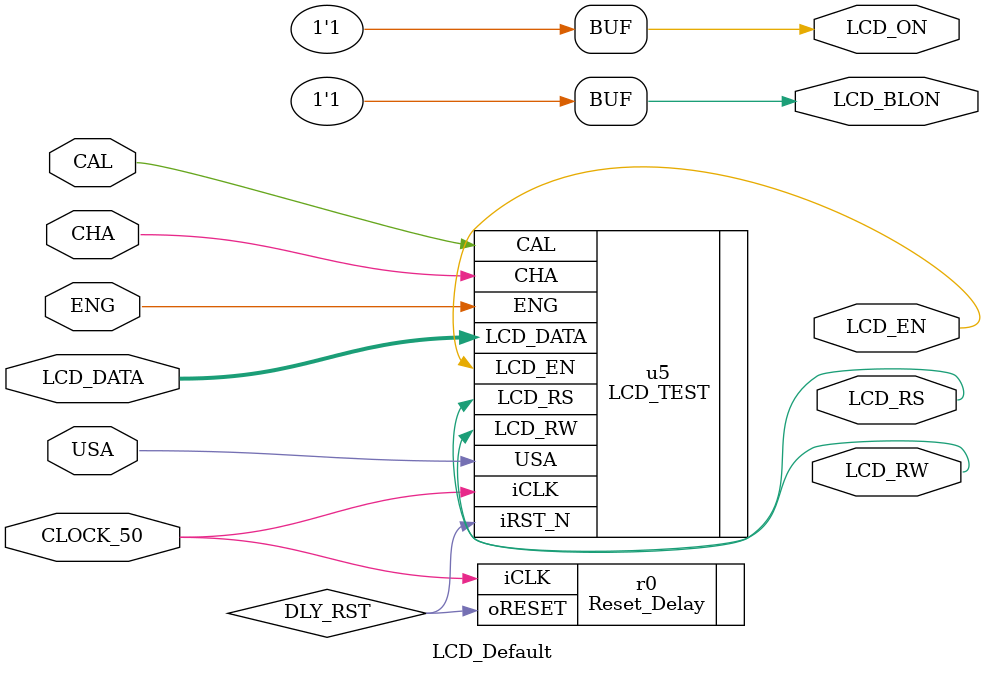
<source format=v>
module LCD_Default
	(
		CLOCK_50,						//	50 MHz
		LCD_ON,							//	LCD Power ON/OFF
		LCD_BLON,						//	LCD Back Light ON/OFF
		LCD_RW,							//	LCD Read/Write Select, 0 = Write, 1 = Read
		LCD_EN,							//	LCD Enable
		LCD_RS,							//	LCD Command/Data Select, 0 = Command, 1 = Data
		LCD_DATA,						//	LCD Data bus 8 bits
		USA,
		ENG,
		CHA,
		CAL
	);


input			   CLOCK_50;				//	50 MHz

////////////////////	LCD Module 16X2	////////////////////////////
inout	 [7:0]	LCD_DATA;				//	LCD Data bus 8 bits
output			LCD_ON;					//	LCD Power ON/OFF
output			LCD_BLON;				//	LCD Back Light ON/OFF
output			LCD_RW;					//	LCD Read/Write Select, 0 = Write, 1 = Read
output			LCD_EN;					//	LCD Enable
output			LCD_RS;					//	LCD Command/Data Select, 0 = Command, 1 = Data
input			USA, ENG, CHA, CAL;

//	LCD ON
assign			LCD_ON		=	1'b1;
assign			LCD_BLON	=	1'b1;
wire				DLY_RST;


Reset_Delay			r0	(	.iCLK(CLOCK_50),.oRESET(DLY_RST)	);


LCD_TEST 			u5	(	//	Host Side
							.iCLK(CLOCK_50),
							.iRST_N(DLY_RST),
							//	LCD Side
							.LCD_DATA(LCD_DATA),
							.LCD_RW(LCD_RW),
							.LCD_EN(LCD_EN),
							.LCD_RS(LCD_RS),
							.USA(USA),
							.ENG(ENG),
							.CHA(CHA),
							.CAL(CAL));

endmodule

</source>
